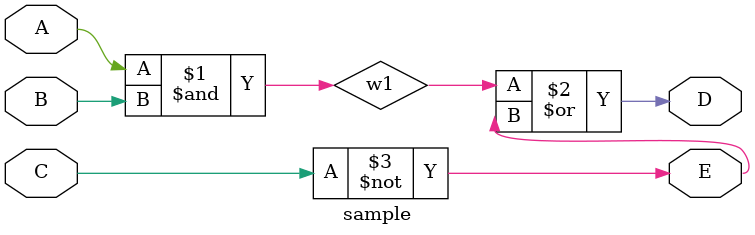
<source format=v>

module sample (A,B,C,D,E);
// Inputs 
input A; 
input B;
input C;
//Ouputs 
output D;
output E;
// Components
wire w1;
and g1 (w1 ,A,B) ;
not g2(E,C);
or g3 (D, w1, E) ;
endmodule

</source>
